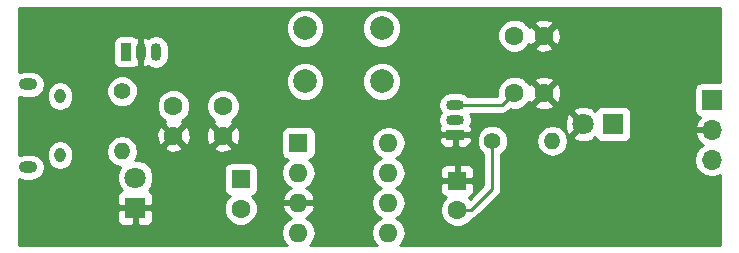
<source format=gbl>
G04 #@! TF.FileFunction,Copper,L2,Bot,Signal*
%FSLAX46Y46*%
G04 Gerber Fmt 4.6, Leading zero omitted, Abs format (unit mm)*
G04 Created by KiCad (PCBNEW 4.0.7) date Thursday, December 14, 2017 'PMt' 09:42:57 PM*
%MOMM*%
%LPD*%
G01*
G04 APERTURE LIST*
%ADD10C,0.100000*%
%ADD11C,1.600000*%
%ADD12O,0.950000X1.250000*%
%ADD13O,1.550000X1.000000*%
%ADD14C,2.000000*%
%ADD15O,0.900000X1.500000*%
%ADD16R,0.900000X1.500000*%
%ADD17R,1.600000X1.600000*%
%ADD18O,1.600000X1.600000*%
%ADD19O,1.500000X0.900000*%
%ADD20R,1.500000X0.900000*%
%ADD21R,1.700000X1.700000*%
%ADD22O,1.700000X1.700000*%
%ADD23R,1.800000X1.800000*%
%ADD24C,1.800000*%
%ADD25C,1.400000*%
%ADD26O,1.400000X1.400000*%
%ADD27C,0.600000*%
%ADD28C,0.250000*%
%ADD29C,0.254000*%
G04 APERTURE END LIST*
D10*
D11*
X169202100Y-109080300D03*
X169202100Y-111580300D03*
X173393100Y-109080300D03*
X173393100Y-111580300D03*
X198056500Y-107950000D03*
X200556500Y-107950000D03*
X198043800Y-103111300D03*
X200543800Y-103111300D03*
D12*
X159592000Y-108244000D03*
X159592000Y-113244000D03*
D13*
X156892000Y-107244000D03*
X156892000Y-114244000D03*
D14*
X180340000Y-106989000D03*
X180340000Y-102489000D03*
X186840000Y-106989000D03*
X186840000Y-102489000D03*
D15*
X166446200Y-104495600D03*
X167716200Y-104495600D03*
D16*
X165176200Y-104495600D03*
D17*
X179781200Y-112191800D03*
D18*
X187401200Y-119811800D03*
X179781200Y-114731800D03*
X187401200Y-117271800D03*
X179781200Y-117271800D03*
X187401200Y-114731800D03*
X179781200Y-119811800D03*
X187401200Y-112191800D03*
D19*
X193052700Y-110236000D03*
X193052700Y-108966000D03*
D20*
X193052700Y-111506000D03*
D21*
X214782400Y-108546900D03*
D22*
X214782400Y-111086900D03*
X214782400Y-113626900D03*
D17*
X174904400Y-115277900D03*
D11*
X174904400Y-117777900D03*
D17*
X193230500Y-115379500D03*
D11*
X193230500Y-117879500D03*
D23*
X165963600Y-117678200D03*
D24*
X165963600Y-115138200D03*
D23*
X206425800Y-110591600D03*
D24*
X203885800Y-110591600D03*
D25*
X164846000Y-107823000D03*
D26*
X164846000Y-112903000D03*
D25*
X196202300Y-112014000D03*
D26*
X201282300Y-112014000D03*
D27*
X161163000Y-112039400D03*
D28*
X193052700Y-108966000D02*
X197040500Y-108966000D01*
X197040500Y-108966000D02*
X198056500Y-107950000D01*
X193230500Y-117879500D02*
X194388100Y-117879500D01*
X196202300Y-116065300D02*
X196202300Y-112014000D01*
X194388100Y-117879500D02*
X196202300Y-116065300D01*
D29*
G36*
X215469000Y-107049460D02*
X213932400Y-107049460D01*
X213697083Y-107093738D01*
X213480959Y-107232810D01*
X213335969Y-107445010D01*
X213284960Y-107696900D01*
X213284960Y-109396900D01*
X213329238Y-109632217D01*
X213468310Y-109848341D01*
X213680510Y-109993331D01*
X213788507Y-110015201D01*
X213510755Y-110319976D01*
X213340924Y-110730010D01*
X213462245Y-110959900D01*
X214655400Y-110959900D01*
X214655400Y-110939900D01*
X214909400Y-110939900D01*
X214909400Y-110959900D01*
X214929400Y-110959900D01*
X214929400Y-111213900D01*
X214909400Y-111213900D01*
X214909400Y-111233900D01*
X214655400Y-111233900D01*
X214655400Y-111213900D01*
X213462245Y-111213900D01*
X213340924Y-111443790D01*
X213510755Y-111853824D01*
X213901042Y-112282083D01*
X214043953Y-112349198D01*
X213703253Y-112576846D01*
X213381346Y-113058615D01*
X213268307Y-113626900D01*
X213381346Y-114195185D01*
X213703253Y-114676954D01*
X214185022Y-114998861D01*
X214753307Y-115111900D01*
X214811493Y-115111900D01*
X215379778Y-114998861D01*
X215469000Y-114939245D01*
X215469000Y-120879400D01*
X188364838Y-120879400D01*
X188444011Y-120826498D01*
X188755080Y-120360951D01*
X188864313Y-119811800D01*
X188755080Y-119262649D01*
X188444011Y-118797102D01*
X188061925Y-118541800D01*
X188444011Y-118286498D01*
X188526070Y-118163687D01*
X191795252Y-118163687D01*
X192013257Y-118691300D01*
X192416577Y-119095324D01*
X192943809Y-119314250D01*
X193514687Y-119314748D01*
X194042300Y-119096743D01*
X194446324Y-118693423D01*
X194475973Y-118622021D01*
X194678939Y-118581648D01*
X194925501Y-118416901D01*
X196739701Y-116602701D01*
X196904448Y-116356140D01*
X196962300Y-116065300D01*
X196962300Y-113141655D01*
X197333398Y-112771204D01*
X197537068Y-112280713D01*
X197537300Y-112014000D01*
X199921146Y-112014000D01*
X200022767Y-112524882D01*
X200312158Y-112957988D01*
X200745264Y-113247379D01*
X201256146Y-113349000D01*
X201308454Y-113349000D01*
X201819336Y-113247379D01*
X202252442Y-112957988D01*
X202541833Y-112524882D01*
X202643454Y-112014000D01*
X202541833Y-111503118D01*
X202252442Y-111070012D01*
X201819336Y-110780621D01*
X201308454Y-110679000D01*
X201256146Y-110679000D01*
X200745264Y-110780621D01*
X200312158Y-111070012D01*
X200022767Y-111503118D01*
X199921146Y-112014000D01*
X197537300Y-112014000D01*
X197537531Y-111749617D01*
X197334718Y-111258771D01*
X196959504Y-110882902D01*
X196469013Y-110679232D01*
X195937917Y-110678769D01*
X195447071Y-110881582D01*
X195071202Y-111256796D01*
X194867532Y-111747287D01*
X194867069Y-112278383D01*
X195069882Y-112769229D01*
X195442300Y-113142297D01*
X195442300Y-115750498D01*
X194286561Y-116906237D01*
X194183817Y-116803313D01*
X194390199Y-116717827D01*
X194568827Y-116539198D01*
X194665500Y-116305809D01*
X194665500Y-115665250D01*
X194506750Y-115506500D01*
X193357500Y-115506500D01*
X193357500Y-115526500D01*
X193103500Y-115526500D01*
X193103500Y-115506500D01*
X191954250Y-115506500D01*
X191795500Y-115665250D01*
X191795500Y-116305809D01*
X191892173Y-116539198D01*
X192070801Y-116717827D01*
X192277335Y-116803376D01*
X192014676Y-117065577D01*
X191795750Y-117592809D01*
X191795252Y-118163687D01*
X188526070Y-118163687D01*
X188755080Y-117820951D01*
X188864313Y-117271800D01*
X188755080Y-116722649D01*
X188444011Y-116257102D01*
X188061925Y-116001800D01*
X188444011Y-115746498D01*
X188755080Y-115280951D01*
X188864313Y-114731800D01*
X188808895Y-114453191D01*
X191795500Y-114453191D01*
X191795500Y-115093750D01*
X191954250Y-115252500D01*
X193103500Y-115252500D01*
X193103500Y-114103250D01*
X193357500Y-114103250D01*
X193357500Y-115252500D01*
X194506750Y-115252500D01*
X194665500Y-115093750D01*
X194665500Y-114453191D01*
X194568827Y-114219802D01*
X194390199Y-114041173D01*
X194156810Y-113944500D01*
X193516250Y-113944500D01*
X193357500Y-114103250D01*
X193103500Y-114103250D01*
X192944750Y-113944500D01*
X192304190Y-113944500D01*
X192070801Y-114041173D01*
X191892173Y-114219802D01*
X191795500Y-114453191D01*
X188808895Y-114453191D01*
X188755080Y-114182649D01*
X188444011Y-113717102D01*
X188061925Y-113461800D01*
X188444011Y-113206498D01*
X188755080Y-112740951D01*
X188864313Y-112191800D01*
X188784739Y-111791750D01*
X191667700Y-111791750D01*
X191667700Y-112082309D01*
X191764373Y-112315698D01*
X191943001Y-112494327D01*
X192176390Y-112591000D01*
X192766950Y-112591000D01*
X192925700Y-112432250D01*
X192925700Y-111633000D01*
X193179700Y-111633000D01*
X193179700Y-112432250D01*
X193338450Y-112591000D01*
X193929010Y-112591000D01*
X194162399Y-112494327D01*
X194341027Y-112315698D01*
X194437700Y-112082309D01*
X194437700Y-111791750D01*
X194278950Y-111633000D01*
X193179700Y-111633000D01*
X192925700Y-111633000D01*
X191826450Y-111633000D01*
X191667700Y-111791750D01*
X188784739Y-111791750D01*
X188755080Y-111642649D01*
X188444011Y-111177102D01*
X187978464Y-110866033D01*
X187429313Y-110756800D01*
X187373087Y-110756800D01*
X186823936Y-110866033D01*
X186358389Y-111177102D01*
X186047320Y-111642649D01*
X185938087Y-112191800D01*
X186047320Y-112740951D01*
X186358389Y-113206498D01*
X186740475Y-113461800D01*
X186358389Y-113717102D01*
X186047320Y-114182649D01*
X185938087Y-114731800D01*
X186047320Y-115280951D01*
X186358389Y-115746498D01*
X186740475Y-116001800D01*
X186358389Y-116257102D01*
X186047320Y-116722649D01*
X185938087Y-117271800D01*
X186047320Y-117820951D01*
X186358389Y-118286498D01*
X186740475Y-118541800D01*
X186358389Y-118797102D01*
X186047320Y-119262649D01*
X185938087Y-119811800D01*
X186047320Y-120360951D01*
X186358389Y-120826498D01*
X186437562Y-120879400D01*
X180744838Y-120879400D01*
X180824011Y-120826498D01*
X181135080Y-120360951D01*
X181244313Y-119811800D01*
X181135080Y-119262649D01*
X180824011Y-118797102D01*
X180419497Y-118526814D01*
X180636334Y-118424189D01*
X181012241Y-118009223D01*
X181173104Y-117620839D01*
X181051115Y-117398800D01*
X179908200Y-117398800D01*
X179908200Y-117418800D01*
X179654200Y-117418800D01*
X179654200Y-117398800D01*
X178511285Y-117398800D01*
X178389296Y-117620839D01*
X178550159Y-118009223D01*
X178926066Y-118424189D01*
X179142903Y-118526814D01*
X178738389Y-118797102D01*
X178427320Y-119262649D01*
X178318087Y-119811800D01*
X178427320Y-120360951D01*
X178738389Y-120826498D01*
X178817562Y-120879400D01*
X156133000Y-120879400D01*
X156133000Y-117963950D01*
X164428600Y-117963950D01*
X164428600Y-118704509D01*
X164525273Y-118937898D01*
X164703901Y-119116527D01*
X164937290Y-119213200D01*
X165677850Y-119213200D01*
X165836600Y-119054450D01*
X165836600Y-117805200D01*
X166090600Y-117805200D01*
X166090600Y-119054450D01*
X166249350Y-119213200D01*
X166989910Y-119213200D01*
X167223299Y-119116527D01*
X167401927Y-118937898D01*
X167498600Y-118704509D01*
X167498600Y-117963950D01*
X167339850Y-117805200D01*
X166090600Y-117805200D01*
X165836600Y-117805200D01*
X164587350Y-117805200D01*
X164428600Y-117963950D01*
X156133000Y-117963950D01*
X156133000Y-115277883D01*
X156155030Y-115292603D01*
X156589376Y-115379000D01*
X157194624Y-115379000D01*
X157628970Y-115292603D01*
X157997190Y-115046566D01*
X158243227Y-114678346D01*
X158329624Y-114244000D01*
X158243227Y-113809654D01*
X157997190Y-113441434D01*
X157628970Y-113195397D01*
X157194624Y-113109000D01*
X156589376Y-113109000D01*
X156155030Y-113195397D01*
X156133000Y-113210117D01*
X156133000Y-113069315D01*
X158482000Y-113069315D01*
X158482000Y-113418685D01*
X158566494Y-113843464D01*
X158807111Y-114203574D01*
X159167221Y-114444191D01*
X159592000Y-114528685D01*
X160016779Y-114444191D01*
X160376889Y-114203574D01*
X160617506Y-113843464D01*
X160702000Y-113418685D01*
X160702000Y-113069315D01*
X160663716Y-112876846D01*
X163511000Y-112876846D01*
X163511000Y-112929154D01*
X163612621Y-113440036D01*
X163902012Y-113873142D01*
X164335118Y-114162533D01*
X164696289Y-114234375D01*
X164663049Y-114267557D01*
X164428867Y-114831530D01*
X164428335Y-115442191D01*
X164661532Y-116006571D01*
X164838692Y-116184041D01*
X164703901Y-116239873D01*
X164525273Y-116418502D01*
X164428600Y-116651891D01*
X164428600Y-117392450D01*
X164587350Y-117551200D01*
X165836600Y-117551200D01*
X165836600Y-117531200D01*
X166090600Y-117531200D01*
X166090600Y-117551200D01*
X167339850Y-117551200D01*
X167498600Y-117392450D01*
X167498600Y-116651891D01*
X167401927Y-116418502D01*
X167223299Y-116239873D01*
X167088606Y-116184081D01*
X167264151Y-116008843D01*
X167498333Y-115444870D01*
X167498865Y-114834209D01*
X167351642Y-114477900D01*
X173456960Y-114477900D01*
X173456960Y-116077900D01*
X173501238Y-116313217D01*
X173640310Y-116529341D01*
X173852510Y-116674331D01*
X173957441Y-116695580D01*
X173688576Y-116963977D01*
X173469650Y-117491209D01*
X173469152Y-118062087D01*
X173687157Y-118589700D01*
X174090477Y-118993724D01*
X174617709Y-119212650D01*
X175188587Y-119213148D01*
X175716200Y-118995143D01*
X176120224Y-118591823D01*
X176339150Y-118064591D01*
X176339648Y-117493713D01*
X176121643Y-116966100D01*
X175853328Y-116697317D01*
X175939717Y-116681062D01*
X176155841Y-116541990D01*
X176300831Y-116329790D01*
X176351840Y-116077900D01*
X176351840Y-114731800D01*
X178318087Y-114731800D01*
X178427320Y-115280951D01*
X178738389Y-115746498D01*
X179142903Y-116016786D01*
X178926066Y-116119411D01*
X178550159Y-116534377D01*
X178389296Y-116922761D01*
X178511285Y-117144800D01*
X179654200Y-117144800D01*
X179654200Y-117124800D01*
X179908200Y-117124800D01*
X179908200Y-117144800D01*
X181051115Y-117144800D01*
X181173104Y-116922761D01*
X181012241Y-116534377D01*
X180636334Y-116119411D01*
X180419497Y-116016786D01*
X180824011Y-115746498D01*
X181135080Y-115280951D01*
X181244313Y-114731800D01*
X181135080Y-114182649D01*
X180824011Y-113717102D01*
X180679735Y-113620699D01*
X180816517Y-113594962D01*
X181032641Y-113455890D01*
X181177631Y-113243690D01*
X181228640Y-112991800D01*
X181228640Y-111391800D01*
X181184362Y-111156483D01*
X181045290Y-110940359D01*
X180833090Y-110795369D01*
X180581200Y-110744360D01*
X178981200Y-110744360D01*
X178745883Y-110788638D01*
X178529759Y-110927710D01*
X178384769Y-111139910D01*
X178333760Y-111391800D01*
X178333760Y-112991800D01*
X178378038Y-113227117D01*
X178517110Y-113443241D01*
X178729310Y-113588231D01*
X178884289Y-113619615D01*
X178738389Y-113717102D01*
X178427320Y-114182649D01*
X178318087Y-114731800D01*
X176351840Y-114731800D01*
X176351840Y-114477900D01*
X176307562Y-114242583D01*
X176168490Y-114026459D01*
X175956290Y-113881469D01*
X175704400Y-113830460D01*
X174104400Y-113830460D01*
X173869083Y-113874738D01*
X173652959Y-114013810D01*
X173507969Y-114226010D01*
X173456960Y-114477900D01*
X167351642Y-114477900D01*
X167265668Y-114269829D01*
X166834243Y-113837649D01*
X166270270Y-113603467D01*
X165970353Y-113603206D01*
X166079379Y-113440036D01*
X166181000Y-112929154D01*
X166181000Y-112876846D01*
X166123554Y-112588045D01*
X168373961Y-112588045D01*
X168448095Y-112834164D01*
X168985323Y-113027265D01*
X169555554Y-113000078D01*
X169956105Y-112834164D01*
X170030239Y-112588045D01*
X172564961Y-112588045D01*
X172639095Y-112834164D01*
X173176323Y-113027265D01*
X173746554Y-113000078D01*
X174147105Y-112834164D01*
X174221239Y-112588045D01*
X173393100Y-111759905D01*
X172564961Y-112588045D01*
X170030239Y-112588045D01*
X169202100Y-111759905D01*
X168373961Y-112588045D01*
X166123554Y-112588045D01*
X166079379Y-112365964D01*
X165789988Y-111932858D01*
X165356882Y-111643467D01*
X164846000Y-111541846D01*
X164335118Y-111643467D01*
X163902012Y-111932858D01*
X163612621Y-112365964D01*
X163511000Y-112876846D01*
X160663716Y-112876846D01*
X160617506Y-112644536D01*
X160376889Y-112284426D01*
X160016779Y-112043809D01*
X159592000Y-111959315D01*
X159167221Y-112043809D01*
X158807111Y-112284426D01*
X158566494Y-112644536D01*
X158482000Y-113069315D01*
X156133000Y-113069315D01*
X156133000Y-111363523D01*
X167755135Y-111363523D01*
X167782322Y-111933754D01*
X167948236Y-112334305D01*
X168194355Y-112408439D01*
X169022495Y-111580300D01*
X169381705Y-111580300D01*
X170209845Y-112408439D01*
X170455964Y-112334305D01*
X170649065Y-111797077D01*
X170628395Y-111363523D01*
X171946135Y-111363523D01*
X171973322Y-111933754D01*
X172139236Y-112334305D01*
X172385355Y-112408439D01*
X173213495Y-111580300D01*
X173572705Y-111580300D01*
X174400845Y-112408439D01*
X174646964Y-112334305D01*
X174840065Y-111797077D01*
X174812878Y-111226846D01*
X174646964Y-110826295D01*
X174400845Y-110752161D01*
X173572705Y-111580300D01*
X173213495Y-111580300D01*
X172385355Y-110752161D01*
X172139236Y-110826295D01*
X171946135Y-111363523D01*
X170628395Y-111363523D01*
X170621878Y-111226846D01*
X170455964Y-110826295D01*
X170209845Y-110752161D01*
X169381705Y-111580300D01*
X169022495Y-111580300D01*
X168194355Y-110752161D01*
X167948236Y-110826295D01*
X167755135Y-111363523D01*
X156133000Y-111363523D01*
X156133000Y-108277883D01*
X156155030Y-108292603D01*
X156589376Y-108379000D01*
X157194624Y-108379000D01*
X157628970Y-108292603D01*
X157963143Y-108069315D01*
X158482000Y-108069315D01*
X158482000Y-108418685D01*
X158566494Y-108843464D01*
X158807111Y-109203574D01*
X159167221Y-109444191D01*
X159592000Y-109528685D01*
X160016779Y-109444191D01*
X160136064Y-109364487D01*
X167766852Y-109364487D01*
X167984857Y-109892100D01*
X168388177Y-110296124D01*
X168454644Y-110323723D01*
X168448095Y-110326436D01*
X168373961Y-110572555D01*
X169202100Y-111400695D01*
X170030239Y-110572555D01*
X169956105Y-110326436D01*
X169949617Y-110324104D01*
X170013900Y-110297543D01*
X170417924Y-109894223D01*
X170636850Y-109366991D01*
X170636852Y-109364487D01*
X171957852Y-109364487D01*
X172175857Y-109892100D01*
X172579177Y-110296124D01*
X172645644Y-110323723D01*
X172639095Y-110326436D01*
X172564961Y-110572555D01*
X173393100Y-111400695D01*
X174221239Y-110572555D01*
X174147105Y-110326436D01*
X174140617Y-110324104D01*
X174204900Y-110297543D01*
X174608924Y-109894223D01*
X174827850Y-109366991D01*
X174828199Y-108966000D01*
X191640566Y-108966000D01*
X191723157Y-109381212D01*
X191870015Y-109601000D01*
X191723157Y-109820788D01*
X191640566Y-110236000D01*
X191723157Y-110651212D01*
X191760130Y-110706546D01*
X191667700Y-110929691D01*
X191667700Y-111220250D01*
X191826450Y-111379000D01*
X192925700Y-111379000D01*
X192925700Y-111359000D01*
X193179700Y-111359000D01*
X193179700Y-111379000D01*
X194278950Y-111379000D01*
X194437700Y-111220250D01*
X194437700Y-110929691D01*
X194345270Y-110706546D01*
X194382243Y-110651212D01*
X194441971Y-110350936D01*
X202339342Y-110350936D01*
X202364961Y-110961060D01*
X202549157Y-111405748D01*
X202805641Y-111492154D01*
X203706195Y-110591600D01*
X202805641Y-109691046D01*
X202549157Y-109777452D01*
X202339342Y-110350936D01*
X194441971Y-110350936D01*
X194464834Y-110236000D01*
X194382243Y-109820788D01*
X194318908Y-109726000D01*
X197040500Y-109726000D01*
X197331339Y-109668148D01*
X197565868Y-109511441D01*
X202985246Y-109511441D01*
X203885800Y-110411995D01*
X203899943Y-110397853D01*
X204079548Y-110577458D01*
X204065405Y-110591600D01*
X204079548Y-110605743D01*
X203899943Y-110785348D01*
X203885800Y-110771205D01*
X202985246Y-111671759D01*
X203071652Y-111928243D01*
X203645136Y-112138058D01*
X204255260Y-112112439D01*
X204699948Y-111928243D01*
X204786353Y-111671761D01*
X204900910Y-111786318D01*
X204937388Y-111749840D01*
X205061710Y-111943041D01*
X205273910Y-112088031D01*
X205525800Y-112139040D01*
X207325800Y-112139040D01*
X207561117Y-112094762D01*
X207777241Y-111955690D01*
X207922231Y-111743490D01*
X207973240Y-111491600D01*
X207973240Y-109691600D01*
X207928962Y-109456283D01*
X207789890Y-109240159D01*
X207577690Y-109095169D01*
X207325800Y-109044160D01*
X205525800Y-109044160D01*
X205290483Y-109088438D01*
X205074359Y-109227510D01*
X204935202Y-109431174D01*
X204900910Y-109396882D01*
X204786353Y-109511439D01*
X204699948Y-109254957D01*
X204126464Y-109045142D01*
X203516340Y-109070761D01*
X203071652Y-109254957D01*
X202985246Y-109511441D01*
X197565868Y-109511441D01*
X197577901Y-109503401D01*
X197718046Y-109363256D01*
X197769809Y-109384750D01*
X198340687Y-109385248D01*
X198868300Y-109167243D01*
X199078163Y-108957745D01*
X199728361Y-108957745D01*
X199802495Y-109203864D01*
X200339723Y-109396965D01*
X200909954Y-109369778D01*
X201310505Y-109203864D01*
X201384639Y-108957745D01*
X200556500Y-108129605D01*
X199728361Y-108957745D01*
X199078163Y-108957745D01*
X199272324Y-108763923D01*
X199299923Y-108697456D01*
X199302636Y-108704005D01*
X199548755Y-108778139D01*
X200376895Y-107950000D01*
X200736105Y-107950000D01*
X201564245Y-108778139D01*
X201810364Y-108704005D01*
X202003465Y-108166777D01*
X201976278Y-107596546D01*
X201810364Y-107195995D01*
X201564245Y-107121861D01*
X200736105Y-107950000D01*
X200376895Y-107950000D01*
X199548755Y-107121861D01*
X199302636Y-107195995D01*
X199300304Y-107202483D01*
X199273743Y-107138200D01*
X199078140Y-106942255D01*
X199728361Y-106942255D01*
X200556500Y-107770395D01*
X201384639Y-106942255D01*
X201310505Y-106696136D01*
X200773277Y-106503035D01*
X200203046Y-106530222D01*
X199802495Y-106696136D01*
X199728361Y-106942255D01*
X199078140Y-106942255D01*
X198870423Y-106734176D01*
X198343191Y-106515250D01*
X197772313Y-106514752D01*
X197244700Y-106732757D01*
X196840676Y-107136077D01*
X196621750Y-107663309D01*
X196621277Y-108206000D01*
X194151863Y-108206000D01*
X194147045Y-108198789D01*
X193795046Y-107963591D01*
X193379834Y-107881000D01*
X192725566Y-107881000D01*
X192310354Y-107963591D01*
X191958355Y-108198789D01*
X191723157Y-108550788D01*
X191640566Y-108966000D01*
X174828199Y-108966000D01*
X174828348Y-108796113D01*
X174610343Y-108268500D01*
X174207023Y-107864476D01*
X173679791Y-107645550D01*
X173108913Y-107645052D01*
X172581300Y-107863057D01*
X172177276Y-108266377D01*
X171958350Y-108793609D01*
X171957852Y-109364487D01*
X170636852Y-109364487D01*
X170637348Y-108796113D01*
X170419343Y-108268500D01*
X170016023Y-107864476D01*
X169488791Y-107645550D01*
X168917913Y-107645052D01*
X168390300Y-107863057D01*
X167986276Y-108266377D01*
X167767350Y-108793609D01*
X167766852Y-109364487D01*
X160136064Y-109364487D01*
X160376889Y-109203574D01*
X160617506Y-108843464D01*
X160702000Y-108418685D01*
X160702000Y-108087383D01*
X163510769Y-108087383D01*
X163713582Y-108578229D01*
X164088796Y-108954098D01*
X164579287Y-109157768D01*
X165110383Y-109158231D01*
X165601229Y-108955418D01*
X165977098Y-108580204D01*
X166180768Y-108089713D01*
X166181231Y-107558617D01*
X166079660Y-107312795D01*
X178704716Y-107312795D01*
X178953106Y-107913943D01*
X179412637Y-108374278D01*
X180013352Y-108623716D01*
X180663795Y-108624284D01*
X181264943Y-108375894D01*
X181725278Y-107916363D01*
X181974716Y-107315648D01*
X181974718Y-107312795D01*
X185204716Y-107312795D01*
X185453106Y-107913943D01*
X185912637Y-108374278D01*
X186513352Y-108623716D01*
X187163795Y-108624284D01*
X187764943Y-108375894D01*
X188225278Y-107916363D01*
X188474716Y-107315648D01*
X188475284Y-106665205D01*
X188226894Y-106064057D01*
X187767363Y-105603722D01*
X187166648Y-105354284D01*
X186516205Y-105353716D01*
X185915057Y-105602106D01*
X185454722Y-106061637D01*
X185205284Y-106662352D01*
X185204716Y-107312795D01*
X181974718Y-107312795D01*
X181975284Y-106665205D01*
X181726894Y-106064057D01*
X181267363Y-105603722D01*
X180666648Y-105354284D01*
X180016205Y-105353716D01*
X179415057Y-105602106D01*
X178954722Y-106061637D01*
X178705284Y-106662352D01*
X178704716Y-107312795D01*
X166079660Y-107312795D01*
X165978418Y-107067771D01*
X165603204Y-106691902D01*
X165112713Y-106488232D01*
X164581617Y-106487769D01*
X164090771Y-106690582D01*
X163714902Y-107065796D01*
X163511232Y-107556287D01*
X163510769Y-108087383D01*
X160702000Y-108087383D01*
X160702000Y-108069315D01*
X160617506Y-107644536D01*
X160376889Y-107284426D01*
X160016779Y-107043809D01*
X159592000Y-106959315D01*
X159167221Y-107043809D01*
X158807111Y-107284426D01*
X158566494Y-107644536D01*
X158482000Y-108069315D01*
X157963143Y-108069315D01*
X157997190Y-108046566D01*
X158243227Y-107678346D01*
X158329624Y-107244000D01*
X158243227Y-106809654D01*
X157997190Y-106441434D01*
X157628970Y-106195397D01*
X157194624Y-106109000D01*
X156589376Y-106109000D01*
X156155030Y-106195397D01*
X156133000Y-106210117D01*
X156133000Y-103745600D01*
X164078760Y-103745600D01*
X164078760Y-105245600D01*
X164123038Y-105480917D01*
X164262110Y-105697041D01*
X164474310Y-105842031D01*
X164726200Y-105893040D01*
X165626200Y-105893040D01*
X165861517Y-105848762D01*
X165994729Y-105763042D01*
X166152199Y-105840008D01*
X166319200Y-105713102D01*
X166319200Y-104622600D01*
X166299200Y-104622600D01*
X166299200Y-104368600D01*
X166319200Y-104368600D01*
X166319200Y-103278098D01*
X166573200Y-103278098D01*
X166573200Y-104368600D01*
X166593200Y-104368600D01*
X166593200Y-104622600D01*
X166573200Y-104622600D01*
X166573200Y-105713102D01*
X166740201Y-105840008D01*
X167076926Y-105675430D01*
X167300988Y-105825143D01*
X167716200Y-105907734D01*
X168131412Y-105825143D01*
X168483411Y-105589945D01*
X168718609Y-105237946D01*
X168801200Y-104822734D01*
X168801200Y-104168466D01*
X168718609Y-103753254D01*
X168483411Y-103401255D01*
X168131412Y-103166057D01*
X167716200Y-103083466D01*
X167300988Y-103166057D01*
X167076926Y-103315770D01*
X166740201Y-103151192D01*
X166573200Y-103278098D01*
X166319200Y-103278098D01*
X166152199Y-103151192D01*
X165994125Y-103228453D01*
X165878090Y-103149169D01*
X165626200Y-103098160D01*
X164726200Y-103098160D01*
X164490883Y-103142438D01*
X164274759Y-103281510D01*
X164129769Y-103493710D01*
X164078760Y-103745600D01*
X156133000Y-103745600D01*
X156133000Y-102812795D01*
X178704716Y-102812795D01*
X178953106Y-103413943D01*
X179412637Y-103874278D01*
X180013352Y-104123716D01*
X180663795Y-104124284D01*
X181264943Y-103875894D01*
X181725278Y-103416363D01*
X181974716Y-102815648D01*
X181974718Y-102812795D01*
X185204716Y-102812795D01*
X185453106Y-103413943D01*
X185912637Y-103874278D01*
X186513352Y-104123716D01*
X187163795Y-104124284D01*
X187764943Y-103875894D01*
X188225278Y-103416363D01*
X188233946Y-103395487D01*
X196608552Y-103395487D01*
X196826557Y-103923100D01*
X197229877Y-104327124D01*
X197757109Y-104546050D01*
X198327987Y-104546548D01*
X198855600Y-104328543D01*
X199065463Y-104119045D01*
X199715661Y-104119045D01*
X199789795Y-104365164D01*
X200327023Y-104558265D01*
X200897254Y-104531078D01*
X201297805Y-104365164D01*
X201371939Y-104119045D01*
X200543800Y-103290905D01*
X199715661Y-104119045D01*
X199065463Y-104119045D01*
X199259624Y-103925223D01*
X199287223Y-103858756D01*
X199289936Y-103865305D01*
X199536055Y-103939439D01*
X200364195Y-103111300D01*
X200723405Y-103111300D01*
X201551545Y-103939439D01*
X201797664Y-103865305D01*
X201990765Y-103328077D01*
X201963578Y-102757846D01*
X201797664Y-102357295D01*
X201551545Y-102283161D01*
X200723405Y-103111300D01*
X200364195Y-103111300D01*
X199536055Y-102283161D01*
X199289936Y-102357295D01*
X199287604Y-102363783D01*
X199261043Y-102299500D01*
X199065440Y-102103555D01*
X199715661Y-102103555D01*
X200543800Y-102931695D01*
X201371939Y-102103555D01*
X201297805Y-101857436D01*
X200760577Y-101664335D01*
X200190346Y-101691522D01*
X199789795Y-101857436D01*
X199715661Y-102103555D01*
X199065440Y-102103555D01*
X198857723Y-101895476D01*
X198330491Y-101676550D01*
X197759613Y-101676052D01*
X197232000Y-101894057D01*
X196827976Y-102297377D01*
X196609050Y-102824609D01*
X196608552Y-103395487D01*
X188233946Y-103395487D01*
X188474716Y-102815648D01*
X188475284Y-102165205D01*
X188226894Y-101564057D01*
X187767363Y-101103722D01*
X187166648Y-100854284D01*
X186516205Y-100853716D01*
X185915057Y-101102106D01*
X185454722Y-101561637D01*
X185205284Y-102162352D01*
X185204716Y-102812795D01*
X181974718Y-102812795D01*
X181975284Y-102165205D01*
X181726894Y-101564057D01*
X181267363Y-101103722D01*
X180666648Y-100854284D01*
X180016205Y-100853716D01*
X179415057Y-101102106D01*
X178954722Y-101561637D01*
X178705284Y-102162352D01*
X178704716Y-102812795D01*
X156133000Y-102812795D01*
X156133000Y-100735600D01*
X215469000Y-100735600D01*
X215469000Y-107049460D01*
X215469000Y-107049460D01*
G37*
X215469000Y-107049460D02*
X213932400Y-107049460D01*
X213697083Y-107093738D01*
X213480959Y-107232810D01*
X213335969Y-107445010D01*
X213284960Y-107696900D01*
X213284960Y-109396900D01*
X213329238Y-109632217D01*
X213468310Y-109848341D01*
X213680510Y-109993331D01*
X213788507Y-110015201D01*
X213510755Y-110319976D01*
X213340924Y-110730010D01*
X213462245Y-110959900D01*
X214655400Y-110959900D01*
X214655400Y-110939900D01*
X214909400Y-110939900D01*
X214909400Y-110959900D01*
X214929400Y-110959900D01*
X214929400Y-111213900D01*
X214909400Y-111213900D01*
X214909400Y-111233900D01*
X214655400Y-111233900D01*
X214655400Y-111213900D01*
X213462245Y-111213900D01*
X213340924Y-111443790D01*
X213510755Y-111853824D01*
X213901042Y-112282083D01*
X214043953Y-112349198D01*
X213703253Y-112576846D01*
X213381346Y-113058615D01*
X213268307Y-113626900D01*
X213381346Y-114195185D01*
X213703253Y-114676954D01*
X214185022Y-114998861D01*
X214753307Y-115111900D01*
X214811493Y-115111900D01*
X215379778Y-114998861D01*
X215469000Y-114939245D01*
X215469000Y-120879400D01*
X188364838Y-120879400D01*
X188444011Y-120826498D01*
X188755080Y-120360951D01*
X188864313Y-119811800D01*
X188755080Y-119262649D01*
X188444011Y-118797102D01*
X188061925Y-118541800D01*
X188444011Y-118286498D01*
X188526070Y-118163687D01*
X191795252Y-118163687D01*
X192013257Y-118691300D01*
X192416577Y-119095324D01*
X192943809Y-119314250D01*
X193514687Y-119314748D01*
X194042300Y-119096743D01*
X194446324Y-118693423D01*
X194475973Y-118622021D01*
X194678939Y-118581648D01*
X194925501Y-118416901D01*
X196739701Y-116602701D01*
X196904448Y-116356140D01*
X196962300Y-116065300D01*
X196962300Y-113141655D01*
X197333398Y-112771204D01*
X197537068Y-112280713D01*
X197537300Y-112014000D01*
X199921146Y-112014000D01*
X200022767Y-112524882D01*
X200312158Y-112957988D01*
X200745264Y-113247379D01*
X201256146Y-113349000D01*
X201308454Y-113349000D01*
X201819336Y-113247379D01*
X202252442Y-112957988D01*
X202541833Y-112524882D01*
X202643454Y-112014000D01*
X202541833Y-111503118D01*
X202252442Y-111070012D01*
X201819336Y-110780621D01*
X201308454Y-110679000D01*
X201256146Y-110679000D01*
X200745264Y-110780621D01*
X200312158Y-111070012D01*
X200022767Y-111503118D01*
X199921146Y-112014000D01*
X197537300Y-112014000D01*
X197537531Y-111749617D01*
X197334718Y-111258771D01*
X196959504Y-110882902D01*
X196469013Y-110679232D01*
X195937917Y-110678769D01*
X195447071Y-110881582D01*
X195071202Y-111256796D01*
X194867532Y-111747287D01*
X194867069Y-112278383D01*
X195069882Y-112769229D01*
X195442300Y-113142297D01*
X195442300Y-115750498D01*
X194286561Y-116906237D01*
X194183817Y-116803313D01*
X194390199Y-116717827D01*
X194568827Y-116539198D01*
X194665500Y-116305809D01*
X194665500Y-115665250D01*
X194506750Y-115506500D01*
X193357500Y-115506500D01*
X193357500Y-115526500D01*
X193103500Y-115526500D01*
X193103500Y-115506500D01*
X191954250Y-115506500D01*
X191795500Y-115665250D01*
X191795500Y-116305809D01*
X191892173Y-116539198D01*
X192070801Y-116717827D01*
X192277335Y-116803376D01*
X192014676Y-117065577D01*
X191795750Y-117592809D01*
X191795252Y-118163687D01*
X188526070Y-118163687D01*
X188755080Y-117820951D01*
X188864313Y-117271800D01*
X188755080Y-116722649D01*
X188444011Y-116257102D01*
X188061925Y-116001800D01*
X188444011Y-115746498D01*
X188755080Y-115280951D01*
X188864313Y-114731800D01*
X188808895Y-114453191D01*
X191795500Y-114453191D01*
X191795500Y-115093750D01*
X191954250Y-115252500D01*
X193103500Y-115252500D01*
X193103500Y-114103250D01*
X193357500Y-114103250D01*
X193357500Y-115252500D01*
X194506750Y-115252500D01*
X194665500Y-115093750D01*
X194665500Y-114453191D01*
X194568827Y-114219802D01*
X194390199Y-114041173D01*
X194156810Y-113944500D01*
X193516250Y-113944500D01*
X193357500Y-114103250D01*
X193103500Y-114103250D01*
X192944750Y-113944500D01*
X192304190Y-113944500D01*
X192070801Y-114041173D01*
X191892173Y-114219802D01*
X191795500Y-114453191D01*
X188808895Y-114453191D01*
X188755080Y-114182649D01*
X188444011Y-113717102D01*
X188061925Y-113461800D01*
X188444011Y-113206498D01*
X188755080Y-112740951D01*
X188864313Y-112191800D01*
X188784739Y-111791750D01*
X191667700Y-111791750D01*
X191667700Y-112082309D01*
X191764373Y-112315698D01*
X191943001Y-112494327D01*
X192176390Y-112591000D01*
X192766950Y-112591000D01*
X192925700Y-112432250D01*
X192925700Y-111633000D01*
X193179700Y-111633000D01*
X193179700Y-112432250D01*
X193338450Y-112591000D01*
X193929010Y-112591000D01*
X194162399Y-112494327D01*
X194341027Y-112315698D01*
X194437700Y-112082309D01*
X194437700Y-111791750D01*
X194278950Y-111633000D01*
X193179700Y-111633000D01*
X192925700Y-111633000D01*
X191826450Y-111633000D01*
X191667700Y-111791750D01*
X188784739Y-111791750D01*
X188755080Y-111642649D01*
X188444011Y-111177102D01*
X187978464Y-110866033D01*
X187429313Y-110756800D01*
X187373087Y-110756800D01*
X186823936Y-110866033D01*
X186358389Y-111177102D01*
X186047320Y-111642649D01*
X185938087Y-112191800D01*
X186047320Y-112740951D01*
X186358389Y-113206498D01*
X186740475Y-113461800D01*
X186358389Y-113717102D01*
X186047320Y-114182649D01*
X185938087Y-114731800D01*
X186047320Y-115280951D01*
X186358389Y-115746498D01*
X186740475Y-116001800D01*
X186358389Y-116257102D01*
X186047320Y-116722649D01*
X185938087Y-117271800D01*
X186047320Y-117820951D01*
X186358389Y-118286498D01*
X186740475Y-118541800D01*
X186358389Y-118797102D01*
X186047320Y-119262649D01*
X185938087Y-119811800D01*
X186047320Y-120360951D01*
X186358389Y-120826498D01*
X186437562Y-120879400D01*
X180744838Y-120879400D01*
X180824011Y-120826498D01*
X181135080Y-120360951D01*
X181244313Y-119811800D01*
X181135080Y-119262649D01*
X180824011Y-118797102D01*
X180419497Y-118526814D01*
X180636334Y-118424189D01*
X181012241Y-118009223D01*
X181173104Y-117620839D01*
X181051115Y-117398800D01*
X179908200Y-117398800D01*
X179908200Y-117418800D01*
X179654200Y-117418800D01*
X179654200Y-117398800D01*
X178511285Y-117398800D01*
X178389296Y-117620839D01*
X178550159Y-118009223D01*
X178926066Y-118424189D01*
X179142903Y-118526814D01*
X178738389Y-118797102D01*
X178427320Y-119262649D01*
X178318087Y-119811800D01*
X178427320Y-120360951D01*
X178738389Y-120826498D01*
X178817562Y-120879400D01*
X156133000Y-120879400D01*
X156133000Y-117963950D01*
X164428600Y-117963950D01*
X164428600Y-118704509D01*
X164525273Y-118937898D01*
X164703901Y-119116527D01*
X164937290Y-119213200D01*
X165677850Y-119213200D01*
X165836600Y-119054450D01*
X165836600Y-117805200D01*
X166090600Y-117805200D01*
X166090600Y-119054450D01*
X166249350Y-119213200D01*
X166989910Y-119213200D01*
X167223299Y-119116527D01*
X167401927Y-118937898D01*
X167498600Y-118704509D01*
X167498600Y-117963950D01*
X167339850Y-117805200D01*
X166090600Y-117805200D01*
X165836600Y-117805200D01*
X164587350Y-117805200D01*
X164428600Y-117963950D01*
X156133000Y-117963950D01*
X156133000Y-115277883D01*
X156155030Y-115292603D01*
X156589376Y-115379000D01*
X157194624Y-115379000D01*
X157628970Y-115292603D01*
X157997190Y-115046566D01*
X158243227Y-114678346D01*
X158329624Y-114244000D01*
X158243227Y-113809654D01*
X157997190Y-113441434D01*
X157628970Y-113195397D01*
X157194624Y-113109000D01*
X156589376Y-113109000D01*
X156155030Y-113195397D01*
X156133000Y-113210117D01*
X156133000Y-113069315D01*
X158482000Y-113069315D01*
X158482000Y-113418685D01*
X158566494Y-113843464D01*
X158807111Y-114203574D01*
X159167221Y-114444191D01*
X159592000Y-114528685D01*
X160016779Y-114444191D01*
X160376889Y-114203574D01*
X160617506Y-113843464D01*
X160702000Y-113418685D01*
X160702000Y-113069315D01*
X160663716Y-112876846D01*
X163511000Y-112876846D01*
X163511000Y-112929154D01*
X163612621Y-113440036D01*
X163902012Y-113873142D01*
X164335118Y-114162533D01*
X164696289Y-114234375D01*
X164663049Y-114267557D01*
X164428867Y-114831530D01*
X164428335Y-115442191D01*
X164661532Y-116006571D01*
X164838692Y-116184041D01*
X164703901Y-116239873D01*
X164525273Y-116418502D01*
X164428600Y-116651891D01*
X164428600Y-117392450D01*
X164587350Y-117551200D01*
X165836600Y-117551200D01*
X165836600Y-117531200D01*
X166090600Y-117531200D01*
X166090600Y-117551200D01*
X167339850Y-117551200D01*
X167498600Y-117392450D01*
X167498600Y-116651891D01*
X167401927Y-116418502D01*
X167223299Y-116239873D01*
X167088606Y-116184081D01*
X167264151Y-116008843D01*
X167498333Y-115444870D01*
X167498865Y-114834209D01*
X167351642Y-114477900D01*
X173456960Y-114477900D01*
X173456960Y-116077900D01*
X173501238Y-116313217D01*
X173640310Y-116529341D01*
X173852510Y-116674331D01*
X173957441Y-116695580D01*
X173688576Y-116963977D01*
X173469650Y-117491209D01*
X173469152Y-118062087D01*
X173687157Y-118589700D01*
X174090477Y-118993724D01*
X174617709Y-119212650D01*
X175188587Y-119213148D01*
X175716200Y-118995143D01*
X176120224Y-118591823D01*
X176339150Y-118064591D01*
X176339648Y-117493713D01*
X176121643Y-116966100D01*
X175853328Y-116697317D01*
X175939717Y-116681062D01*
X176155841Y-116541990D01*
X176300831Y-116329790D01*
X176351840Y-116077900D01*
X176351840Y-114731800D01*
X178318087Y-114731800D01*
X178427320Y-115280951D01*
X178738389Y-115746498D01*
X179142903Y-116016786D01*
X178926066Y-116119411D01*
X178550159Y-116534377D01*
X178389296Y-116922761D01*
X178511285Y-117144800D01*
X179654200Y-117144800D01*
X179654200Y-117124800D01*
X179908200Y-117124800D01*
X179908200Y-117144800D01*
X181051115Y-117144800D01*
X181173104Y-116922761D01*
X181012241Y-116534377D01*
X180636334Y-116119411D01*
X180419497Y-116016786D01*
X180824011Y-115746498D01*
X181135080Y-115280951D01*
X181244313Y-114731800D01*
X181135080Y-114182649D01*
X180824011Y-113717102D01*
X180679735Y-113620699D01*
X180816517Y-113594962D01*
X181032641Y-113455890D01*
X181177631Y-113243690D01*
X181228640Y-112991800D01*
X181228640Y-111391800D01*
X181184362Y-111156483D01*
X181045290Y-110940359D01*
X180833090Y-110795369D01*
X180581200Y-110744360D01*
X178981200Y-110744360D01*
X178745883Y-110788638D01*
X178529759Y-110927710D01*
X178384769Y-111139910D01*
X178333760Y-111391800D01*
X178333760Y-112991800D01*
X178378038Y-113227117D01*
X178517110Y-113443241D01*
X178729310Y-113588231D01*
X178884289Y-113619615D01*
X178738389Y-113717102D01*
X178427320Y-114182649D01*
X178318087Y-114731800D01*
X176351840Y-114731800D01*
X176351840Y-114477900D01*
X176307562Y-114242583D01*
X176168490Y-114026459D01*
X175956290Y-113881469D01*
X175704400Y-113830460D01*
X174104400Y-113830460D01*
X173869083Y-113874738D01*
X173652959Y-114013810D01*
X173507969Y-114226010D01*
X173456960Y-114477900D01*
X167351642Y-114477900D01*
X167265668Y-114269829D01*
X166834243Y-113837649D01*
X166270270Y-113603467D01*
X165970353Y-113603206D01*
X166079379Y-113440036D01*
X166181000Y-112929154D01*
X166181000Y-112876846D01*
X166123554Y-112588045D01*
X168373961Y-112588045D01*
X168448095Y-112834164D01*
X168985323Y-113027265D01*
X169555554Y-113000078D01*
X169956105Y-112834164D01*
X170030239Y-112588045D01*
X172564961Y-112588045D01*
X172639095Y-112834164D01*
X173176323Y-113027265D01*
X173746554Y-113000078D01*
X174147105Y-112834164D01*
X174221239Y-112588045D01*
X173393100Y-111759905D01*
X172564961Y-112588045D01*
X170030239Y-112588045D01*
X169202100Y-111759905D01*
X168373961Y-112588045D01*
X166123554Y-112588045D01*
X166079379Y-112365964D01*
X165789988Y-111932858D01*
X165356882Y-111643467D01*
X164846000Y-111541846D01*
X164335118Y-111643467D01*
X163902012Y-111932858D01*
X163612621Y-112365964D01*
X163511000Y-112876846D01*
X160663716Y-112876846D01*
X160617506Y-112644536D01*
X160376889Y-112284426D01*
X160016779Y-112043809D01*
X159592000Y-111959315D01*
X159167221Y-112043809D01*
X158807111Y-112284426D01*
X158566494Y-112644536D01*
X158482000Y-113069315D01*
X156133000Y-113069315D01*
X156133000Y-111363523D01*
X167755135Y-111363523D01*
X167782322Y-111933754D01*
X167948236Y-112334305D01*
X168194355Y-112408439D01*
X169022495Y-111580300D01*
X169381705Y-111580300D01*
X170209845Y-112408439D01*
X170455964Y-112334305D01*
X170649065Y-111797077D01*
X170628395Y-111363523D01*
X171946135Y-111363523D01*
X171973322Y-111933754D01*
X172139236Y-112334305D01*
X172385355Y-112408439D01*
X173213495Y-111580300D01*
X173572705Y-111580300D01*
X174400845Y-112408439D01*
X174646964Y-112334305D01*
X174840065Y-111797077D01*
X174812878Y-111226846D01*
X174646964Y-110826295D01*
X174400845Y-110752161D01*
X173572705Y-111580300D01*
X173213495Y-111580300D01*
X172385355Y-110752161D01*
X172139236Y-110826295D01*
X171946135Y-111363523D01*
X170628395Y-111363523D01*
X170621878Y-111226846D01*
X170455964Y-110826295D01*
X170209845Y-110752161D01*
X169381705Y-111580300D01*
X169022495Y-111580300D01*
X168194355Y-110752161D01*
X167948236Y-110826295D01*
X167755135Y-111363523D01*
X156133000Y-111363523D01*
X156133000Y-108277883D01*
X156155030Y-108292603D01*
X156589376Y-108379000D01*
X157194624Y-108379000D01*
X157628970Y-108292603D01*
X157963143Y-108069315D01*
X158482000Y-108069315D01*
X158482000Y-108418685D01*
X158566494Y-108843464D01*
X158807111Y-109203574D01*
X159167221Y-109444191D01*
X159592000Y-109528685D01*
X160016779Y-109444191D01*
X160136064Y-109364487D01*
X167766852Y-109364487D01*
X167984857Y-109892100D01*
X168388177Y-110296124D01*
X168454644Y-110323723D01*
X168448095Y-110326436D01*
X168373961Y-110572555D01*
X169202100Y-111400695D01*
X170030239Y-110572555D01*
X169956105Y-110326436D01*
X169949617Y-110324104D01*
X170013900Y-110297543D01*
X170417924Y-109894223D01*
X170636850Y-109366991D01*
X170636852Y-109364487D01*
X171957852Y-109364487D01*
X172175857Y-109892100D01*
X172579177Y-110296124D01*
X172645644Y-110323723D01*
X172639095Y-110326436D01*
X172564961Y-110572555D01*
X173393100Y-111400695D01*
X174221239Y-110572555D01*
X174147105Y-110326436D01*
X174140617Y-110324104D01*
X174204900Y-110297543D01*
X174608924Y-109894223D01*
X174827850Y-109366991D01*
X174828199Y-108966000D01*
X191640566Y-108966000D01*
X191723157Y-109381212D01*
X191870015Y-109601000D01*
X191723157Y-109820788D01*
X191640566Y-110236000D01*
X191723157Y-110651212D01*
X191760130Y-110706546D01*
X191667700Y-110929691D01*
X191667700Y-111220250D01*
X191826450Y-111379000D01*
X192925700Y-111379000D01*
X192925700Y-111359000D01*
X193179700Y-111359000D01*
X193179700Y-111379000D01*
X194278950Y-111379000D01*
X194437700Y-111220250D01*
X194437700Y-110929691D01*
X194345270Y-110706546D01*
X194382243Y-110651212D01*
X194441971Y-110350936D01*
X202339342Y-110350936D01*
X202364961Y-110961060D01*
X202549157Y-111405748D01*
X202805641Y-111492154D01*
X203706195Y-110591600D01*
X202805641Y-109691046D01*
X202549157Y-109777452D01*
X202339342Y-110350936D01*
X194441971Y-110350936D01*
X194464834Y-110236000D01*
X194382243Y-109820788D01*
X194318908Y-109726000D01*
X197040500Y-109726000D01*
X197331339Y-109668148D01*
X197565868Y-109511441D01*
X202985246Y-109511441D01*
X203885800Y-110411995D01*
X203899943Y-110397853D01*
X204079548Y-110577458D01*
X204065405Y-110591600D01*
X204079548Y-110605743D01*
X203899943Y-110785348D01*
X203885800Y-110771205D01*
X202985246Y-111671759D01*
X203071652Y-111928243D01*
X203645136Y-112138058D01*
X204255260Y-112112439D01*
X204699948Y-111928243D01*
X204786353Y-111671761D01*
X204900910Y-111786318D01*
X204937388Y-111749840D01*
X205061710Y-111943041D01*
X205273910Y-112088031D01*
X205525800Y-112139040D01*
X207325800Y-112139040D01*
X207561117Y-112094762D01*
X207777241Y-111955690D01*
X207922231Y-111743490D01*
X207973240Y-111491600D01*
X207973240Y-109691600D01*
X207928962Y-109456283D01*
X207789890Y-109240159D01*
X207577690Y-109095169D01*
X207325800Y-109044160D01*
X205525800Y-109044160D01*
X205290483Y-109088438D01*
X205074359Y-109227510D01*
X204935202Y-109431174D01*
X204900910Y-109396882D01*
X204786353Y-109511439D01*
X204699948Y-109254957D01*
X204126464Y-109045142D01*
X203516340Y-109070761D01*
X203071652Y-109254957D01*
X202985246Y-109511441D01*
X197565868Y-109511441D01*
X197577901Y-109503401D01*
X197718046Y-109363256D01*
X197769809Y-109384750D01*
X198340687Y-109385248D01*
X198868300Y-109167243D01*
X199078163Y-108957745D01*
X199728361Y-108957745D01*
X199802495Y-109203864D01*
X200339723Y-109396965D01*
X200909954Y-109369778D01*
X201310505Y-109203864D01*
X201384639Y-108957745D01*
X200556500Y-108129605D01*
X199728361Y-108957745D01*
X199078163Y-108957745D01*
X199272324Y-108763923D01*
X199299923Y-108697456D01*
X199302636Y-108704005D01*
X199548755Y-108778139D01*
X200376895Y-107950000D01*
X200736105Y-107950000D01*
X201564245Y-108778139D01*
X201810364Y-108704005D01*
X202003465Y-108166777D01*
X201976278Y-107596546D01*
X201810364Y-107195995D01*
X201564245Y-107121861D01*
X200736105Y-107950000D01*
X200376895Y-107950000D01*
X199548755Y-107121861D01*
X199302636Y-107195995D01*
X199300304Y-107202483D01*
X199273743Y-107138200D01*
X199078140Y-106942255D01*
X199728361Y-106942255D01*
X200556500Y-107770395D01*
X201384639Y-106942255D01*
X201310505Y-106696136D01*
X200773277Y-106503035D01*
X200203046Y-106530222D01*
X199802495Y-106696136D01*
X199728361Y-106942255D01*
X199078140Y-106942255D01*
X198870423Y-106734176D01*
X198343191Y-106515250D01*
X197772313Y-106514752D01*
X197244700Y-106732757D01*
X196840676Y-107136077D01*
X196621750Y-107663309D01*
X196621277Y-108206000D01*
X194151863Y-108206000D01*
X194147045Y-108198789D01*
X193795046Y-107963591D01*
X193379834Y-107881000D01*
X192725566Y-107881000D01*
X192310354Y-107963591D01*
X191958355Y-108198789D01*
X191723157Y-108550788D01*
X191640566Y-108966000D01*
X174828199Y-108966000D01*
X174828348Y-108796113D01*
X174610343Y-108268500D01*
X174207023Y-107864476D01*
X173679791Y-107645550D01*
X173108913Y-107645052D01*
X172581300Y-107863057D01*
X172177276Y-108266377D01*
X171958350Y-108793609D01*
X171957852Y-109364487D01*
X170636852Y-109364487D01*
X170637348Y-108796113D01*
X170419343Y-108268500D01*
X170016023Y-107864476D01*
X169488791Y-107645550D01*
X168917913Y-107645052D01*
X168390300Y-107863057D01*
X167986276Y-108266377D01*
X167767350Y-108793609D01*
X167766852Y-109364487D01*
X160136064Y-109364487D01*
X160376889Y-109203574D01*
X160617506Y-108843464D01*
X160702000Y-108418685D01*
X160702000Y-108087383D01*
X163510769Y-108087383D01*
X163713582Y-108578229D01*
X164088796Y-108954098D01*
X164579287Y-109157768D01*
X165110383Y-109158231D01*
X165601229Y-108955418D01*
X165977098Y-108580204D01*
X166180768Y-108089713D01*
X166181231Y-107558617D01*
X166079660Y-107312795D01*
X178704716Y-107312795D01*
X178953106Y-107913943D01*
X179412637Y-108374278D01*
X180013352Y-108623716D01*
X180663795Y-108624284D01*
X181264943Y-108375894D01*
X181725278Y-107916363D01*
X181974716Y-107315648D01*
X181974718Y-107312795D01*
X185204716Y-107312795D01*
X185453106Y-107913943D01*
X185912637Y-108374278D01*
X186513352Y-108623716D01*
X187163795Y-108624284D01*
X187764943Y-108375894D01*
X188225278Y-107916363D01*
X188474716Y-107315648D01*
X188475284Y-106665205D01*
X188226894Y-106064057D01*
X187767363Y-105603722D01*
X187166648Y-105354284D01*
X186516205Y-105353716D01*
X185915057Y-105602106D01*
X185454722Y-106061637D01*
X185205284Y-106662352D01*
X185204716Y-107312795D01*
X181974718Y-107312795D01*
X181975284Y-106665205D01*
X181726894Y-106064057D01*
X181267363Y-105603722D01*
X180666648Y-105354284D01*
X180016205Y-105353716D01*
X179415057Y-105602106D01*
X178954722Y-106061637D01*
X178705284Y-106662352D01*
X178704716Y-107312795D01*
X166079660Y-107312795D01*
X165978418Y-107067771D01*
X165603204Y-106691902D01*
X165112713Y-106488232D01*
X164581617Y-106487769D01*
X164090771Y-106690582D01*
X163714902Y-107065796D01*
X163511232Y-107556287D01*
X163510769Y-108087383D01*
X160702000Y-108087383D01*
X160702000Y-108069315D01*
X160617506Y-107644536D01*
X160376889Y-107284426D01*
X160016779Y-107043809D01*
X159592000Y-106959315D01*
X159167221Y-107043809D01*
X158807111Y-107284426D01*
X158566494Y-107644536D01*
X158482000Y-108069315D01*
X157963143Y-108069315D01*
X157997190Y-108046566D01*
X158243227Y-107678346D01*
X158329624Y-107244000D01*
X158243227Y-106809654D01*
X157997190Y-106441434D01*
X157628970Y-106195397D01*
X157194624Y-106109000D01*
X156589376Y-106109000D01*
X156155030Y-106195397D01*
X156133000Y-106210117D01*
X156133000Y-103745600D01*
X164078760Y-103745600D01*
X164078760Y-105245600D01*
X164123038Y-105480917D01*
X164262110Y-105697041D01*
X164474310Y-105842031D01*
X164726200Y-105893040D01*
X165626200Y-105893040D01*
X165861517Y-105848762D01*
X165994729Y-105763042D01*
X166152199Y-105840008D01*
X166319200Y-105713102D01*
X166319200Y-104622600D01*
X166299200Y-104622600D01*
X166299200Y-104368600D01*
X166319200Y-104368600D01*
X166319200Y-103278098D01*
X166573200Y-103278098D01*
X166573200Y-104368600D01*
X166593200Y-104368600D01*
X166593200Y-104622600D01*
X166573200Y-104622600D01*
X166573200Y-105713102D01*
X166740201Y-105840008D01*
X167076926Y-105675430D01*
X167300988Y-105825143D01*
X167716200Y-105907734D01*
X168131412Y-105825143D01*
X168483411Y-105589945D01*
X168718609Y-105237946D01*
X168801200Y-104822734D01*
X168801200Y-104168466D01*
X168718609Y-103753254D01*
X168483411Y-103401255D01*
X168131412Y-103166057D01*
X167716200Y-103083466D01*
X167300988Y-103166057D01*
X167076926Y-103315770D01*
X166740201Y-103151192D01*
X166573200Y-103278098D01*
X166319200Y-103278098D01*
X166152199Y-103151192D01*
X165994125Y-103228453D01*
X165878090Y-103149169D01*
X165626200Y-103098160D01*
X164726200Y-103098160D01*
X164490883Y-103142438D01*
X164274759Y-103281510D01*
X164129769Y-103493710D01*
X164078760Y-103745600D01*
X156133000Y-103745600D01*
X156133000Y-102812795D01*
X178704716Y-102812795D01*
X178953106Y-103413943D01*
X179412637Y-103874278D01*
X180013352Y-104123716D01*
X180663795Y-104124284D01*
X181264943Y-103875894D01*
X181725278Y-103416363D01*
X181974716Y-102815648D01*
X181974718Y-102812795D01*
X185204716Y-102812795D01*
X185453106Y-103413943D01*
X185912637Y-103874278D01*
X186513352Y-104123716D01*
X187163795Y-104124284D01*
X187764943Y-103875894D01*
X188225278Y-103416363D01*
X188233946Y-103395487D01*
X196608552Y-103395487D01*
X196826557Y-103923100D01*
X197229877Y-104327124D01*
X197757109Y-104546050D01*
X198327987Y-104546548D01*
X198855600Y-104328543D01*
X199065463Y-104119045D01*
X199715661Y-104119045D01*
X199789795Y-104365164D01*
X200327023Y-104558265D01*
X200897254Y-104531078D01*
X201297805Y-104365164D01*
X201371939Y-104119045D01*
X200543800Y-103290905D01*
X199715661Y-104119045D01*
X199065463Y-104119045D01*
X199259624Y-103925223D01*
X199287223Y-103858756D01*
X199289936Y-103865305D01*
X199536055Y-103939439D01*
X200364195Y-103111300D01*
X200723405Y-103111300D01*
X201551545Y-103939439D01*
X201797664Y-103865305D01*
X201990765Y-103328077D01*
X201963578Y-102757846D01*
X201797664Y-102357295D01*
X201551545Y-102283161D01*
X200723405Y-103111300D01*
X200364195Y-103111300D01*
X199536055Y-102283161D01*
X199289936Y-102357295D01*
X199287604Y-102363783D01*
X199261043Y-102299500D01*
X199065440Y-102103555D01*
X199715661Y-102103555D01*
X200543800Y-102931695D01*
X201371939Y-102103555D01*
X201297805Y-101857436D01*
X200760577Y-101664335D01*
X200190346Y-101691522D01*
X199789795Y-101857436D01*
X199715661Y-102103555D01*
X199065440Y-102103555D01*
X198857723Y-101895476D01*
X198330491Y-101676550D01*
X197759613Y-101676052D01*
X197232000Y-101894057D01*
X196827976Y-102297377D01*
X196609050Y-102824609D01*
X196608552Y-103395487D01*
X188233946Y-103395487D01*
X188474716Y-102815648D01*
X188475284Y-102165205D01*
X188226894Y-101564057D01*
X187767363Y-101103722D01*
X187166648Y-100854284D01*
X186516205Y-100853716D01*
X185915057Y-101102106D01*
X185454722Y-101561637D01*
X185205284Y-102162352D01*
X185204716Y-102812795D01*
X181974718Y-102812795D01*
X181975284Y-102165205D01*
X181726894Y-101564057D01*
X181267363Y-101103722D01*
X180666648Y-100854284D01*
X180016205Y-100853716D01*
X179415057Y-101102106D01*
X178954722Y-101561637D01*
X178705284Y-102162352D01*
X178704716Y-102812795D01*
X156133000Y-102812795D01*
X156133000Y-100735600D01*
X215469000Y-100735600D01*
X215469000Y-107049460D01*
M02*

</source>
